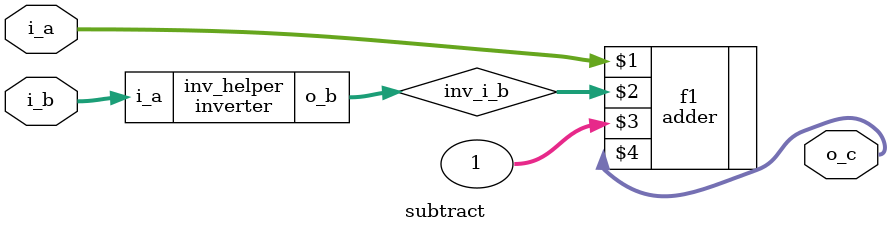
<source format=v>
`include "modules/adder.v"
/* verilator lint_off UNUSED */
/* verilator lint_off DECLFILENAME */
module inverter
  ( 
    i_a,
    o_b
    );
   
  input wire[7:0] i_a;
  output wire[7:0] o_b;
  //assign o_b = ~i_a;
  assign o_b[0] = ~i_a[0];
  assign o_b[1] = ~i_a[1];
  assign o_b[2] = ~i_a[2];
  assign o_b[3] = ~i_a[3];
  assign o_b[4] = ~i_a[4];
  assign o_b[5] = ~i_a[5];
  assign o_b[6] = ~i_a[6];
  assign o_b[7] = ~i_a[7];
endmodule

module subtract
  ( 
    i_a,
    i_b,
    o_c
    );
   
  input wire[7:0] i_a;
  input wire[7:0] i_b;
  output wire[7:0] o_c;
  
  wire[7:0] inv_i_b;
  inverter inv_helper(i_b, inv_i_b);
  adder f1(i_a, inv_i_b, 1, o_c);
endmodule

</source>
